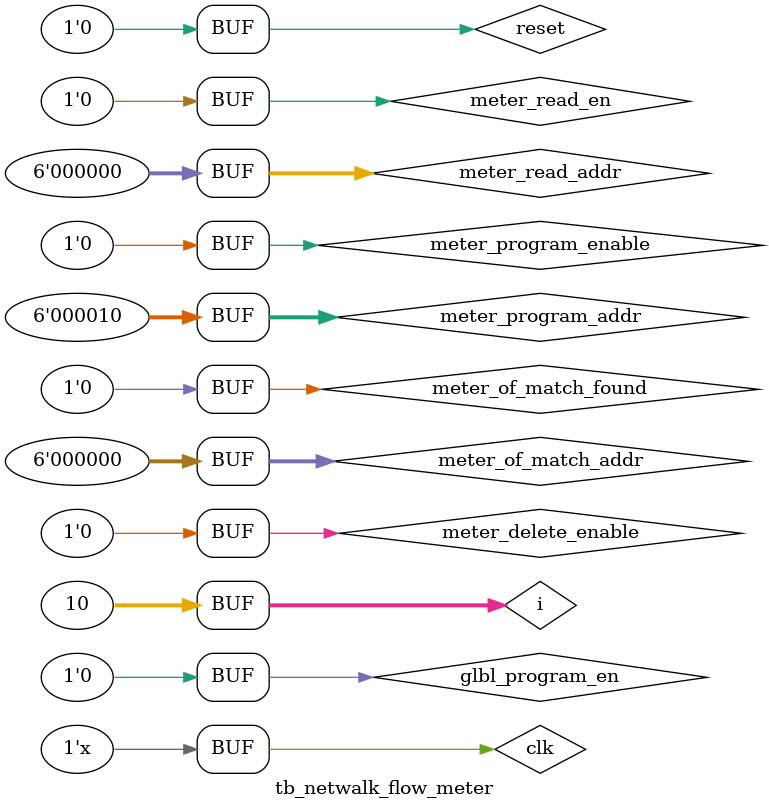
<source format=v>
`timescale 1ns / 1ps


module tb_netwalk_flow_meter;

	// Inputs
	reg clk;
	reg reset;
	reg glbl_program_en;
	reg [5:0] meter_program_addr;
	reg meter_program_enable;
	reg meter_delete_enable;
	reg [5:0] meter_of_match_addr;
	reg meter_of_match_found;
	reg meter_read_en;
	reg [5:0] meter_read_addr;

	// Outputs
	wire [31:0] meter_count;
	wire meter_count_valid;
	wire [31:0] meter_read_data;

integer i;
	// Instantiate the Unit Under Test (UUT)
	netwalk_flow_meter uut (
		.clk(clk), 
		.reset(reset), 
		.glbl_program_en(glbl_program_en), 
		.meter_program_addr(meter_program_addr), 
		.meter_program_enable(meter_program_enable), 
		.meter_delete_enable(meter_delete_enable), 
		.meter_of_match_addr(meter_of_match_addr), 
		.meter_of_match_found(meter_of_match_found), 
		.meter_count(meter_count), 
		.meter_count_valid(meter_count_valid), 
		.meter_read_en(meter_read_en), 
		.meter_read_addr(meter_read_addr), 
		.meter_read_data(meter_read_data)
	);

	initial begin
		// Initialize Inputs
		clk = 0;
		reset = 0;
		glbl_program_en = 0;
		meter_program_addr = 0;
		meter_program_enable = 0;
		meter_delete_enable = 0;
		
		meter_of_match_addr = 0;
		meter_of_match_found = 0;
		meter_read_en = 0;
		meter_read_addr = 0;
       reset=1;
		 #10;
		 reset=0;
		// Wait 100 ns for global reset to finish
		#100;  
		meter_program_addr = 0;
		meter_program_enable = 1;
		meter_delete_enable = 0;
		#10;
		meter_program_addr = 1;
		#10;
		meter_program_addr = 2;
		#10;
		meter_program_enable =0;
		meter_delete_enable = 0;
		#40;
		for(i=0;i<10;i=i+1)begin
		meter_of_match_addr = 0;
		meter_of_match_found = 1;
		#10;
		
		end
		meter_of_match_found = 0;
		#40;
		// Add stimulus here
	end	
	always begin
		#5 clk=~clk;
	end
      
endmodule


</source>
